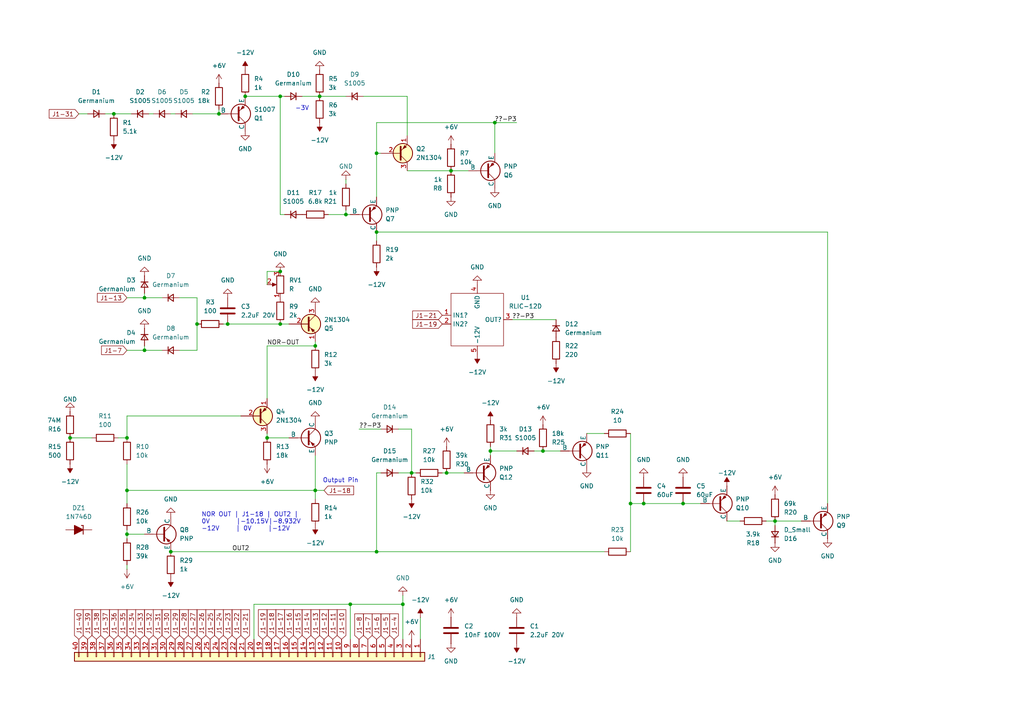
<source format=kicad_sch>
(kicad_sch (version 20250114) (generator "eeschema") (generator_version "9.0")
  (paper "A4")
  (text "-3V" (at 87.63 31.496 0) (effects (font (size 1.27 1.27))))
  (text "NOR OUT | J1-18 | OUT2 |\n0V        |-10.15V|-8.932V\n-12V     | 0V     |-12V" (at 58.42 151.384 0) (effects (font (size 1.27 1.27)) (justify left)))
  (text "Output Pin" (at 98.806 139.446 0) (effects (font (size 1.27 1.27))))
  (junction (at 66.04 93.98))
  (junction (at 109.22 44.45))
  (junction (at 101.6 175.26))
  (junction (at 36.83 127))
  (junction (at 130.81 49.53))
  (junction (at 100.33 62.23))
  (junction (at 49.53 160.02))
  (junction (at 81.28 93.98))
  (junction (at 81.28 27.94))
  (junction (at 157.48 130.81))
  (junction (at 36.83 142.24))
  (junction (at 91.44 100.33))
  (junction (at 71.12 27.94))
  (junction (at 143.51 35.56))
  (junction (at 41.91 86.36))
  (junction (at 142.24 130.81))
  (junction (at 198.12 146.05))
  (junction (at 129.54 137.16))
  (junction (at 92.71 27.94))
  (junction (at 224.79 151.13))
  (junction (at 41.91 101.6))
  (junction (at 81.28 78.74))
  (junction (at 33.02 33.02))
  (junction (at 91.44 142.24))
  (junction (at 186.69 146.05))
  (junction (at 57.15 93.98))
  (junction (at 182.88 146.05))
  (junction (at 109.22 160.02))
  (junction (at 63.5 33.02))
  (junction (at 36.83 154.94))
  (junction (at 119.38 137.16))
  (junction (at 77.47 127))
  (junction (at 116.84 175.26))
  (junction (at 20.32 127))
  (junction (at 109.22 67.31))
  (wire (pts (xy 130.81 49.53) (xy 135.89 49.53)))
  (wire (pts (xy 116.84 172.72) (xy 116.84 175.26)))
  (wire (pts (xy 36.83 134.62) (xy 36.83 142.24)))
  (wire (pts (xy 222.25 151.13) (xy 224.79 151.13)))
  (wire (pts (xy 77.47 78.74) (xy 77.47 82.55)))
  (wire (pts (xy 182.88 146.05) (xy 186.69 146.05)))
  (wire (pts (xy 77.47 127) (xy 83.82 127)))
  (wire (pts (xy 157.48 130.81) (xy 162.56 130.81)))
  (wire (pts (xy 105.41 27.94) (xy 118.11 27.94)))
  (wire (pts (xy 203.2 146.05) (xy 198.12 146.05)))
  (wire (pts (xy 36.83 154.94) (xy 36.83 156.21)))
  (wire (pts (xy 142.24 130.81) (xy 142.24 132.08)))
  (wire (pts (xy 36.83 163.83) (xy 36.83 165.1)))
  (wire (pts (xy 66.04 93.98) (xy 81.28 93.98)))
  (wire (pts (xy 154.94 130.81) (xy 157.48 130.81)))
  (wire (pts (xy 182.88 125.73) (xy 182.88 146.05)))
  (wire (pts (xy 81.28 62.23) (xy 81.28 27.94)))
  (wire (pts (xy 224.79 151.13) (xy 232.41 151.13)))
  (wire (pts (xy 148.59 92.71) (xy 161.29 92.71)))
  (wire (pts (xy 77.47 100.33) (xy 91.44 100.33)))
  (wire (pts (xy 73.66 175.26) (xy 101.6 175.26)))
  (wire (pts (xy 57.15 93.98) (xy 57.15 86.36)))
  (wire (pts (xy 109.22 137.16) (xy 110.49 137.16)))
  (wire (pts (xy 77.47 125.73) (xy 77.47 127)))
  (wire (pts (xy 64.77 93.98) (xy 66.04 93.98)))
  (wire (pts (xy 34.29 127) (xy 36.83 127)))
  (wire (pts (xy 119.38 137.16) (xy 120.65 137.16)))
  (wire (pts (xy 224.79 152.4) (xy 224.79 151.13)))
  (wire (pts (xy 119.38 124.46) (xy 119.38 137.16)))
  (wire (pts (xy 46.99 86.36) (xy 41.91 86.36)))
  (wire (pts (xy 121.92 179.07) (xy 121.92 185.42)))
  (wire (pts (xy 118.11 27.94) (xy 118.11 39.37)))
  (wire (pts (xy 100.33 53.34) (xy 100.33 52.07)))
  (wire (pts (xy 109.22 137.16) (xy 109.22 160.02)))
  (wire (pts (xy 175.26 125.73) (xy 170.18 125.73)))
  (wire (pts (xy 115.57 124.46) (xy 119.38 124.46)))
  (wire (pts (xy 46.99 101.6) (xy 41.91 101.6)))
  (wire (pts (xy 101.6 62.23) (xy 100.33 62.23)))
  (wire (pts (xy 118.11 49.53) (xy 130.81 49.53)))
  (wire (pts (xy 49.53 33.02) (xy 50.8 33.02)))
  (wire (pts (xy 81.28 78.74) (xy 77.47 78.74)))
  (wire (pts (xy 142.24 129.54) (xy 142.24 130.81)))
  (wire (pts (xy 128.27 137.16) (xy 129.54 137.16)))
  (wire (pts (xy 44.45 33.02) (xy 43.18 33.02)))
  (wire (pts (xy 109.22 44.45) (xy 109.22 57.15)))
  (wire (pts (xy 129.54 137.16) (xy 134.62 137.16)))
  (wire (pts (xy 36.83 86.36) (xy 41.91 86.36)))
  (wire (pts (xy 36.83 101.6) (xy 41.91 101.6)))
  (wire (pts (xy 49.53 160.02) (xy 109.22 160.02)))
  (wire (pts (xy 110.49 44.45) (xy 109.22 44.45)))
  (wire (pts (xy 82.55 62.23) (xy 81.28 62.23)))
  (wire (pts (xy 36.83 154.94) (xy 36.83 153.67)))
  (wire (pts (xy 100.33 27.94) (xy 92.71 27.94)))
  (wire (pts (xy 109.22 160.02) (xy 175.26 160.02)))
  (wire (pts (xy 36.83 142.24) (xy 36.83 146.05)))
  (wire (pts (xy 41.91 100.33) (xy 41.91 101.6)))
  (wire (pts (xy 240.03 67.31) (xy 240.03 146.05)))
  (wire (pts (xy 109.22 44.45) (xy 109.22 35.56)))
  (wire (pts (xy 36.83 120.65) (xy 69.85 120.65)))
  (wire (pts (xy 63.5 33.02) (xy 55.88 33.02)))
  (wire (pts (xy 101.6 185.42) (xy 101.6 175.26)))
  (wire (pts (xy 110.49 124.46) (xy 104.14 124.46)))
  (wire (pts (xy 100.33 62.23) (xy 100.33 60.96)))
  (wire (pts (xy 38.1 33.02) (xy 33.02 33.02)))
  (wire (pts (xy 210.82 151.13) (xy 214.63 151.13)))
  (wire (pts (xy 81.28 27.94) (xy 82.55 27.94)))
  (wire (pts (xy 41.91 85.09) (xy 41.91 86.36)))
  (wire (pts (xy 71.12 27.94) (xy 81.28 27.94)))
  (wire (pts (xy 149.86 35.56) (xy 143.51 35.56)))
  (wire (pts (xy 182.88 146.05) (xy 182.88 160.02)))
  (wire (pts (xy 91.44 144.78) (xy 91.44 142.24)))
  (wire (pts (xy 91.44 142.24) (xy 91.44 132.08)))
  (wire (pts (xy 92.71 27.94) (xy 87.63 27.94)))
  (wire (pts (xy 115.57 137.16) (xy 119.38 137.16)))
  (wire (pts (xy 52.07 101.6) (xy 57.15 101.6)))
  (wire (pts (xy 109.22 35.56) (xy 143.51 35.56)))
  (wire (pts (xy 91.44 99.06) (xy 91.44 100.33)))
  (wire (pts (xy 77.47 100.33) (xy 77.47 115.57)))
  (wire (pts (xy 57.15 86.36) (xy 52.07 86.36)))
  (wire (pts (xy 116.84 175.26) (xy 116.84 185.42)))
  (wire (pts (xy 25.4 33.02) (xy 22.86 33.02)))
  (wire (pts (xy 26.67 127) (xy 20.32 127)))
  (wire (pts (xy 36.83 142.24) (xy 91.44 142.24)))
  (wire (pts (xy 36.83 120.65) (xy 36.83 127)))
  (wire (pts (xy 57.15 101.6) (xy 57.15 93.98)))
  (wire (pts (xy 93.98 142.24) (xy 91.44 142.24)))
  (wire (pts (xy 186.69 146.05) (xy 198.12 146.05)))
  (wire (pts (xy 109.22 67.31) (xy 109.22 69.85)))
  (wire (pts (xy 63.5 33.02) (xy 63.5 31.75)))
  (wire (pts (xy 73.66 185.42) (xy 73.66 175.26)))
  (wire (pts (xy 142.24 130.81) (xy 149.86 130.81)))
  (wire (pts (xy 95.25 62.23) (xy 100.33 62.23)))
  (wire (pts (xy 101.6 175.26) (xy 116.84 175.26)))
  (wire (pts (xy 81.28 93.98) (xy 83.82 93.98)))
  (wire (pts (xy 109.22 67.31) (xy 240.03 67.31)))
  (wire (pts (xy 143.51 35.56) (xy 143.51 44.45)))
  (wire (pts (xy 36.83 154.94) (xy 41.91 154.94)))
  (wire (pts (xy 33.02 33.02) (xy 30.48 33.02)))
  (label "NOR-OUT" (at 77.47 100.33 0))
  (label "??-P3" (at 149.86 35.56 180))
  (label "??-P3" (at 154.94 92.71 180))
  (label "??-P3" (at 104.14 124.46 0))
  (label "OUT2" (at 67.31 160.02 0))
  (global_label "J1-26" (shape input) (at 58.42 185.42 90) (property "Intersheetrefs" "${INTERSHEET_REFS}" (effects (hide yes))))
  (global_label "J1-24" (shape input) (at 63.5 185.42 90) (property "Intersheetrefs" "${INTERSHEET_REFS}" (effects (hide yes))))
  (global_label "J1-17" (shape input) (at 81.28 185.42 90) (property "Intersheetrefs" "${INTERSHEET_REFS}" (effects (hide yes))))
  (global_label "J1-31" (shape input) (at 45.72 185.42 90) (property "Intersheetrefs" "${INTERSHEET_REFS}" (effects (hide yes))))
  (global_label "J1-33" (shape input) (at 40.64 185.42 90) (property "Intersheetrefs" "${INTERSHEET_REFS}" (effects (hide yes))))
  (global_label "J1-27" (shape input) (at 55.88 185.42 90) (property "Intersheetrefs" "${INTERSHEET_REFS}" (effects (hide yes))))
  (global_label "J1-12" (shape input) (at 93.98 185.42 90) (property "Intersheetrefs" "${INTERSHEET_REFS}" (effects (hide yes))))
  (global_label "J1-25" (shape input) (at 60.96 185.42 90) (property "Intersheetrefs" "${INTERSHEET_REFS}" (effects (hide yes))))
  (global_label "J1-11" (shape input) (at 96.52 185.42 90) (property "Intersheetrefs" "${INTERSHEET_REFS}" (effects (hide yes))))
  (global_label "J1-7" (shape input) (at 36.83 101.6 180) (property "Intersheetrefs" "${INTERSHEET_REFS}" (effects (hide yes))))
  (global_label "J1-19" (shape input) (at 76.2 185.42 90) (property "Intersheetrefs" "${INTERSHEET_REFS}" (effects (hide yes))))
  (global_label "J1-31" (shape input) (at 22.86 33.02 180) (property "Intersheetrefs" "${INTERSHEET_REFS}" (effects (hide yes))))
  (global_label "J1-4" (shape input) (at 114.3 185.42 90) (property "Intersheetrefs" "${INTERSHEET_REFS}" (effects (hide yes))))
  (global_label "J1-37" (shape input) (at 30.48 185.42 90) (property "Intersheetrefs" "${INTERSHEET_REFS}" (effects (hide yes))))
  (global_label "J1-22" (shape input) (at 68.58 185.42 90) (property "Intersheetrefs" "${INTERSHEET_REFS}" (effects (hide yes))))
  (global_label "J1-18" (shape input) (at 78.74 185.42 90) (property "Intersheetrefs" "${INTERSHEET_REFS}" (effects (hide yes))))
  (global_label "J1-28" (shape input) (at 53.34 185.42 90) (property "Intersheetrefs" "${INTERSHEET_REFS}" (effects (hide yes))))
  (global_label "J1-30" (shape input) (at 48.26 185.42 90) (property "Intersheetrefs" "${INTERSHEET_REFS}" (effects (hide yes))))
  (global_label "J1-10" (shape input) (at 99.06 185.42 90) (property "Intersheetrefs" "${INTERSHEET_REFS}" (effects (hide yes))))
  (global_label "J1-19" (shape input) (at 128.27 93.98 180) (property "Intersheetrefs" "${INTERSHEET_REFS}" (effects (hide yes))))
  (global_label "J1-32" (shape input) (at 43.18 185.42 90) (property "Intersheetrefs" "${INTERSHEET_REFS}" (effects (hide yes))))
  (global_label "J1-14" (shape input) (at 88.9 185.42 90) (property "Intersheetrefs" "${INTERSHEET_REFS}" (effects (hide yes))))
  (global_label "J1-8" (shape input) (at 104.14 185.42 90) (property "Intersheetrefs" "${INTERSHEET_REFS}" (effects (hide yes))))
  (global_label "J1-34" (shape input) (at 38.1 185.42 90) (property "Intersheetrefs" "${INTERSHEET_REFS}" (effects (hide yes))))
  (global_label "J1-16" (shape input) (at 83.82 185.42 90) (property "Intersheetrefs" "${INTERSHEET_REFS}" (effects (hide yes))))
  (global_label "J1-23" (shape input) (at 66.04 185.42 90) (property "Intersheetrefs" "${INTERSHEET_REFS}" (effects (hide yes))))
  (global_label "J1-36" (shape input) (at 33.02 185.42 90) (property "Intersheetrefs" "${INTERSHEET_REFS}" (effects (hide yes))))
  (global_label "J1-40" (shape input) (at 22.86 185.42 90) (property "Intersheetrefs" "${INTERSHEET_REFS}" (effects (hide yes))))
  (global_label "J1-21" (shape input) (at 71.12 185.42 90) (property "Intersheetrefs" "${INTERSHEET_REFS}" (effects (hide yes))))
  (global_label "J1-13" (shape input) (at 36.83 86.36 180) (property "Intersheetrefs" "${INTERSHEET_REFS}" (effects (hide yes))))
  (global_label "J1-39" (shape input) (at 25.4 185.42 90) (property "Intersheetrefs" "${INTERSHEET_REFS}" (effects (hide yes))))
  (global_label "J1-7" (shape input) (at 106.68 185.42 90) (property "Intersheetrefs" "${INTERSHEET_REFS}" (effects (hide yes))))
  (global_label "J1-5" (shape input) (at 111.76 185.42 90) (property "Intersheetrefs" "${INTERSHEET_REFS}" (effects (hide yes))))
  (global_label "J1-21" (shape input) (at 128.27 91.44 180) (property "Intersheetrefs" "${INTERSHEET_REFS}" (effects (hide yes))))
  (global_label "J1-29" (shape input) (at 50.8 185.42 90) (property "Intersheetrefs" "${INTERSHEET_REFS}" (effects (hide yes))))
  (global_label "J1-18" (shape input) (at 93.98 142.24 0) (property "Intersheetrefs" "${INTERSHEET_REFS}" (effects (hide yes))))
  (global_label "J1-35" (shape input) (at 35.56 185.42 90) (property "Intersheetrefs" "${INTERSHEET_REFS}" (effects (hide yes))))
  (global_label "J1-38" (shape input) (at 27.94 185.42 90) (property "Intersheetrefs" "${INTERSHEET_REFS}" (effects (hide yes))))
  (global_label "J1-6" (shape input) (at 109.22 185.42 90) (property "Intersheetrefs" "${INTERSHEET_REFS}" (effects (hide yes))))
  (global_label "J1-13" (shape input) (at 91.44 185.42 90) (property "Intersheetrefs" "${INTERSHEET_REFS}" (effects (hide yes))))
  (global_label "J1-15" (shape input) (at 86.36 185.42 90) (property "Intersheetrefs" "${INTERSHEET_REFS}" (effects (hide yes))))
  (symbol (lib_id "power:-12V") (at 49.53 167.64 180) (unit 1)
    (property "Reference" "#PWR030" (effects (hide yes)))
    (property "Value" "-12V" (at 49.53 172.72 0))
    (property "Description" "Power symbol creates a global label with name \"-12V\"" (effects (hide yes)))
  )
  (symbol (lib_id "power:+6V") (at 63.5 24.13 0) (unit 1)
    (property "Reference" "#PWR05" (effects (hide yes)))
    (property "Value" "+6V" (at 63.5 19.05 0))
    (property "Description" "Power symbol creates a global label with name \"+6V\"" (effects (hide yes)))
  )
  (symbol (lib_id "Simulation_SPICE:PNP") (at 167.64 130.81 0) (mirror x) (unit 1)
    (property "Reference" "Q11" (at 172.72 132.0801 0) (effects (justify left)))
    (property "Value" "PNP" (at 172.72 129.5401 0) (effects (justify left)))
    (property "Footprint" "Package_TO_SOT_THT:TO-5-3" (effects (hide yes)))
    (property "Datasheet" "https://ngspice.sourceforge.io/docs/ngspice-html-manual/manual.xhtml#cha_BJTs" (effects (hide yes)))
    (property "Description" "Bipolar transistor symbol for simulation only, substrate tied to the emitter" (effects (hide yes)))
    (property "Sim.Device" "PNP" (effects (hide yes)))
    (property "Sim.Type" "GUMMELPOON" (effects (hide yes)))
    (property "Sim.Pins" "1=C 2=B 3=E" (effects (hide yes)))
  )
  (symbol (lib_id "power:GND") (at 91.44 121.92 180) (unit 1)
    (property "Reference" "#PWR024" (effects (hide yes)))
    (property "Value" "GND" (at 91.44 116.84 0))
    (property "Description" "Power symbol creates a global label with name \"GND\" , ground" (effects (hide yes)))
  )
  (symbol (lib_id "Device:R_Potentiometer") (at 81.28 82.55 180) (unit 1)
    (property "Reference" "RV1" (at 83.82 81.2799 0) (effects (justify right)))
    (property "Value" "R" (at 83.82 83.8199 0) (effects (justify right)))
    (property "Footprint" "Potentiometer_THT:Potentiometer_Bourns_3009Y_Horizontal" (effects (hide yes)))
    (property "Description" "Potentiometer" (effects (hide yes)))
  )
  (symbol (lib_id "power:GND") (at 142.24 142.24 0) (mirror y) (unit 1)
    (property "Reference" "#PWR045" (effects (hide yes)))
    (property "Value" "GND" (at 142.24 147.32 0))
    (property "Description" "Power symbol creates a global label with name \"GND\" , ground" (effects (hide yes)))
  )
  (symbol (lib_id "power:GND") (at 170.18 135.89 0) (mirror y) (unit 1)
    (property "Reference" "#PWR046" (effects (hide yes)))
    (property "Value" "GND" (at 170.18 140.97 0))
    (property "Description" "Power symbol creates a global label with name \"GND\" , ground" (effects (hide yes)))
  )
  (symbol (lib_id "power:+6V") (at 130.81 179.07 0) (unit 1)
    (property "Reference" "#PWR020" (effects (hide yes)))
    (property "Value" "+6V" (at 130.81 173.99 0))
    (property "Description" "Power symbol creates a global label with name \"+6V\"" (effects (hide yes)))
  )
  (symbol (lib_id "Device:R") (at 63.5 27.94 0) (mirror y) (unit 1)
    (property "Reference" "R2" (at 60.96 26.6699 0) (effects (justify left)))
    (property "Value" "18k" (at 60.96 29.2099 0) (effects (justify left)))
    (property "Footprint" "Resistor_THT:R_Axial_DIN0309_L9.0mm_D3.2mm_P15.24mm_Horizontal" (effects (hide yes)))
    (property "Description" "Resistor" (effects (hide yes)))
  )
  (symbol (lib_id "Simulation_SPICE:PNP") (at 46.99 154.94 0) (unit 1)
    (property "Reference" "Q8" (at 52.07 153.6699 0) (effects (justify left)))
    (property "Value" "PNP" (at 52.07 156.2099 0) (effects (justify left)))
    (property "Footprint" "Package_TO_SOT_THT:TO-5-3" (effects (hide yes)))
    (property "Datasheet" "https://ngspice.sourceforge.io/docs/ngspice-html-manual/manual.xhtml#cha_BJTs" (effects (hide yes)))
    (property "Description" "Bipolar transistor symbol for simulation only, substrate tied to the emitter" (effects (hide yes)))
    (property "Sim.Device" "PNP" (effects (hide yes)))
    (property "Sim.Type" "GUMMELPOON" (effects (hide yes)))
    (property "Sim.Pins" "1=C 2=B 3=E" (effects (hide yes)))
  )
  (symbol (lib_id "Simulation_SPICE:PNP") (at 68.58 33.02 0) (mirror x) (unit 1)
    (property "Reference" "Q1" (at 73.66 34.2901 0) (effects (justify left)))
    (property "Value" "S1007" (at 73.66 31.7501 0) (effects (justify left)))
    (property "Footprint" "Package_TO_SOT_THT:TO-5-3" (effects (hide yes)))
    (property "Datasheet" "https://ngspice.sourceforge.io/docs/ngspice-html-manual/manual.xhtml#cha_BJTs" (effects (hide yes)))
    (property "Description" "Bipolar transistor symbol for simulation only, substrate tied to the emitter" (effects (hide yes)))
    (property "Sim.Device" "PNP" (effects (hide yes)))
    (property "Sim.Type" "GUMMELPOON" (effects (hide yes)))
    (property "Sim.Pins" "1=C 2=B 3=E" (effects (hide yes)))
  )
  (symbol (lib_id "power:GND") (at 240.03 156.21 0) (unit 1)
    (property "Reference" "#PWR040" (effects (hide yes)))
    (property "Value" "GND" (at 240.03 161.29 0))
    (property "Description" "Power symbol creates a global label with name \"GND\" , ground" (effects (hide yes)))
  )
  (symbol (lib_id "Simulation_SPICE:PNP") (at 208.28 146.05 0) (mirror x) (unit 1)
    (property "Reference" "Q10" (at 213.36 147.3201 0) (effects (justify left)))
    (property "Value" "PNP" (at 213.36 144.7801 0) (effects (justify left)))
    (property "Footprint" "Package_TO_SOT_THT:TO-5-3" (effects (hide yes)))
    (property "Datasheet" "https://ngspice.sourceforge.io/docs/ngspice-html-manual/manual.xhtml#cha_BJTs" (effects (hide yes)))
    (property "Description" "Bipolar transistor symbol for simulation only, substrate tied to the emitter" (effects (hide yes)))
    (property "Sim.Device" "PNP" (effects (hide yes)))
    (property "Sim.Type" "GUMMELPOON" (effects (hide yes)))
    (property "Sim.Pins" "1=C 2=B 3=E" (effects (hide yes)))
  )
  (symbol (lib_id "Device:R") (at 100.33 57.15 180) (unit 1)
    (property "Reference" "R21" (at 97.79 58.4201 0) (effects (justify left)))
    (property "Value" "1k" (at 97.79 55.8801 0) (effects (justify left)))
    (property "Footprint" "Resistor_THT:R_Axial_DIN0309_L9.0mm_D3.2mm_P15.24mm_Horizontal" (effects (hide yes)))
    (property "Description" "Resistor" (effects (hide yes)))
  )
  (symbol (lib_id "Device:D_Small") (at 152.4 130.81 0) (unit 1)
    (property "Reference" "D13" (at 152.4 124.46 0))
    (property "Value" "S1005" (at 152.4 127 0))
    (property "Footprint" "Diode_THT:D_A-405_P12.70mm_Horizontal" (effects (hide yes)))
    (property "Description" "Diode, small symbol" (effects (hide yes)))
    (property "Sim.Device" "D" (effects (hide yes)))
    (property "Sim.Pins" "1=K 2=A" (effects (hide yes)))
  )
  (symbol (lib_id "Device:D_Small") (at 113.03 137.16 180) (unit 1)
    (property "Reference" "D15" (at 113.03 130.81 0))
    (property "Value" "Germanium" (at 113.03 133.35 0))
    (property "Footprint" "Diode_THT:D_A-405_P12.70mm_Horizontal" (effects (hide yes)))
    (property "Description" "Diode, small symbol" (effects (hide yes)))
    (property "Sim.Device" "D" (effects (hide yes)))
    (property "Sim.Pins" "1=K 2=A" (effects (hide yes)))
  )
  (symbol (lib_id "Device:R") (at 30.48 127 270) (mirror x) (unit 1)
    (property "Reference" "R11" (at 30.48 120.65 90))
    (property "Value" "100" (at 30.48 123.19 90))
    (property "Footprint" "Resistor_THT:R_Axial_DIN0309_L9.0mm_D3.2mm_P15.24mm_Horizontal" (effects (hide yes)))
    (property "Description" "Resistor" (effects (hide yes)))
  )
  (symbol (lib_id "power:-12V") (at 92.71 35.56 180) (unit 1)
    (property "Reference" "#PWR018" (effects (hide yes)))
    (property "Value" "-12V" (at 92.71 40.64 0))
    (property "Description" "Power symbol creates a global label with name \"-12V\"" (effects (hide yes)))
  )
  (symbol (lib_id "Device:R") (at 20.32 123.19 180) (unit 1)
    (property "Reference" "R16" (at 17.78 124.4601 0) (effects (justify left)))
    (property "Value" "74M" (at 17.78 121.9201 0) (effects (justify left)))
    (property "Footprint" "Resistor_THT:R_Axial_DIN0207_L6.3mm_D2.5mm_P10.16mm_Horizontal" (effects (hide yes)))
    (property "Description" "Resistor" (effects (hide yes)))
  )
  (symbol (lib_id "power:GND") (at 186.69 138.43 180) (unit 1)
    (property "Reference" "#PWR037" (effects (hide yes)))
    (property "Value" "GND" (at 186.69 133.35 0))
    (property "Description" "Power symbol creates a global label with name \"GND\" , ground" (effects (hide yes)))
  )
  (symbol (lib_id "Device:D_Small") (at 85.09 62.23 0) (unit 1)
    (property "Reference" "D11" (at 85.09 55.88 0))
    (property "Value" "S1005" (at 85.09 58.42 0))
    (property "Footprint" "Diode_THT:D_A-405_P12.70mm_Horizontal" (effects (hide yes)))
    (property "Description" "Diode, small symbol" (effects (hide yes)))
    (property "Sim.Device" "D" (effects (hide yes)))
    (property "Sim.Pins" "1=K 2=A" (effects (hide yes)))
  )
  (symbol (lib_id "Simulation_SPICE:PNP") (at 140.97 49.53 0) (mirror x) (unit 1)
    (property "Reference" "Q6" (at 146.05 50.8001 0) (effects (justify left)))
    (property "Value" "PNP" (at 146.05 48.2601 0) (effects (justify left)))
    (property "Footprint" "Package_TO_SOT_THT:TO-5-3" (effects (hide yes)))
    (property "Datasheet" "https://ngspice.sourceforge.io/docs/ngspice-html-manual/manual.xhtml#cha_BJTs" (effects (hide yes)))
    (property "Description" "Bipolar transistor symbol for simulation only, substrate tied to the emitter" (effects (hide yes)))
    (property "Sim.Device" "PNP" (effects (hide yes)))
    (property "Sim.Type" "GUMMELPOON" (effects (hide yes)))
    (property "Sim.Pins" "1=C 2=B 3=E" (effects (hide yes)))
  )
  (symbol (lib_id "power:-12V") (at 138.43 102.87 180) (unit 1)
    (property "Reference" "#PWR047" (effects (hide yes)))
    (property "Value" "-12V" (at 138.43 107.95 0))
    (property "Description" "Power symbol creates a global label with name \"-12V\"" (effects (hide yes)))
  )
  (symbol (lib_id "power:-12V") (at 121.92 179.07 0) (unit 1)
    (property "Reference" "#PWR01" (effects (hide yes)))
    (property "Value" "-12V" (at 121.92 173.99 0))
    (property "Description" "Power symbol creates a global label with name \"-12V\"" (effects (hide yes)))
  )
  (symbol (lib_id "power:+6V") (at 129.54 129.54 0) (unit 1)
    (property "Reference" "#PWR032" (effects (hide yes)))
    (property "Value" "+6V" (at 129.54 124.46 0))
    (property "Description" "Power symbol creates a global label with name \"+6V\"" (effects (hide yes)))
  )
  (symbol (lib_id "Device:R") (at 92.71 24.13 0) (unit 1)
    (property "Reference" "R5" (at 95.25 22.8599 0) (effects (justify left)))
    (property "Value" "3k" (at 95.25 25.3999 0) (effects (justify left)))
    (property "Footprint" "Resistor_THT:R_Axial_DIN0309_L9.0mm_D3.2mm_P15.24mm_Horizontal" (effects (hide yes)))
    (property "Description" "Resistor" (effects (hide yes)))
  )
  (symbol (lib_id "power:-12V") (at 161.29 105.41 180) (unit 1)
    (property "Reference" "#PWR043" (effects (hide yes)))
    (property "Value" "-12V" (at 161.29 110.49 0))
    (property "Description" "Power symbol creates a global label with name \"-12V\"" (effects (hide yes)))
  )
  (symbol (lib_id "power:-12V") (at 142.24 121.92 0) (mirror y) (unit 1)
    (property "Reference" "#PWR026" (effects (hide yes)))
    (property "Value" "-12V" (at 142.24 116.84 0))
    (property "Description" "Power symbol creates a global label with name \"-12V\"" (effects (hide yes)))
  )
  (symbol (lib_id "Device:R") (at 36.83 130.81 0) (unit 1)
    (property "Reference" "R10" (at 39.37 129.5399 0) (effects (justify left)))
    (property "Value" "10k" (at 39.37 132.0799 0) (effects (justify left)))
    (property "Footprint" "Resistor_THT:R_Axial_DIN0309_L9.0mm_D3.2mm_P15.24mm_Horizontal" (effects (hide yes)))
    (property "Description" "Resistor" (effects (hide yes)))
  )
  (symbol (lib_id "Simulation_SPICE:PNP") (at 237.49 151.13 0) (mirror x) (unit 1)
    (property "Reference" "Q9" (at 242.57 152.4001 0) (effects (justify left)))
    (property "Value" "PNP" (at 242.57 149.8601 0) (effects (justify left)))
    (property "Footprint" "Package_TO_SOT_THT:TO-5-3" (effects (hide yes)))
    (property "Datasheet" "https://ngspice.sourceforge.io/docs/ngspice-html-manual/manual.xhtml#cha_BJTs" (effects (hide yes)))
    (property "Description" "Bipolar transistor symbol for simulation only, substrate tied to the emitter" (effects (hide yes)))
    (property "Sim.Device" "PNP" (effects (hide yes)))
    (property "Sim.Type" "GUMMELPOON" (effects (hide yes)))
    (property "Sim.Pins" "1=C 2=B 3=E" (effects (hide yes)))
  )
  (symbol (lib_id "power:+6V") (at 119.38 185.42 0) (unit 1)
    (property "Reference" "#PWR03" (effects (hide yes)))
    (property "Value" "+6V" (at 119.38 180.34 0))
    (property "Description" "Power symbol creates a global label with name \"+6V\"" (effects (hide yes)))
  )
  (symbol (lib_id "power:-12V") (at 119.38 144.78 180) (unit 1)
    (property "Reference" "#PWR027" (effects (hide yes)))
    (property "Value" "-12V" (at 119.38 149.86 0))
    (property "Description" "Power symbol creates a global label with name \"-12V\"" (effects (hide yes)))
  )
  (symbol (lib_id "Device:D_Small") (at 224.79 154.94 270) (mirror x) (unit 1)
    (property "Reference" "D16" (at 227.33 156.2101 90) (effects (justify left)))
    (property "Value" "D_Small" (at 227.33 153.6701 90) (effects (justify left)))
    (property "Footprint" "Diode_THT:D_DO-34_SOD68_P12.70mm_Horizontal" (effects (hide yes)))
    (property "Description" "Diode, small symbol" (effects (hide yes)))
    (property "Sim.Device" "D" (effects (hide yes)))
    (property "Sim.Pins" "1=K 2=A" (effects (hide yes)))
  )
  (symbol (lib_id "power:GND") (at 91.44 88.9 180) (unit 1)
    (property "Reference" "#PWR010" (effects (hide yes)))
    (property "Value" "GND" (at 91.44 83.82 0))
    (property "Description" "Power symbol creates a global label with name \"GND\" , ground" (effects (hide yes)))
  )
  (symbol (lib_id "power:GND") (at 41.91 95.25 180) (unit 1)
    (property "Reference" "#PWR07" (effects (hide yes)))
    (property "Value" "GND" (at 41.91 90.17 0))
    (property "Description" "Power symbol creates a global label with name \"GND\" , ground" (effects (hide yes)))
  )
  (symbol (lib_id "power:GND") (at 49.53 149.86 180) (unit 1)
    (property "Reference" "#PWR044" (effects (hide yes)))
    (property "Value" "GND" (at 49.53 144.78 0))
    (property "Description" "Power symbol creates a global label with name \"GND\" , ground" (effects (hide yes)))
  )
  (symbol (lib_id "power:-12V") (at 71.12 20.32 0) (unit 1)
    (property "Reference" "#PWR019" (effects (hide yes)))
    (property "Value" "-12V" (at 71.12 15.24 0))
    (property "Description" "Power symbol creates a global label with name \"-12V\"" (effects (hide yes)))
  )
  (symbol (lib_id "Device:R") (at 91.44 62.23 90) (unit 1)
    (property "Reference" "R17" (at 91.44 55.88 90))
    (property "Value" "6.8k" (at 91.44 58.42 90))
    (property "Footprint" "Resistor_THT:R_Axial_DIN0309_L9.0mm_D3.2mm_P15.24mm_Horizontal" (effects (hide yes)))
    (property "Description" "Resistor" (effects (hide yes)))
  )
  (symbol (lib_id "Device:D_Small") (at 41.91 82.55 90) (mirror x) (unit 1)
    (property "Reference" "D3" (at 39.37 81.2799 90) (effects (justify left)))
    (property "Value" "Germanium" (at 39.37 83.8199 90) (effects (justify left)))
    (property "Footprint" "Diode_THT:D_A-405_P12.70mm_Horizontal" (effects (hide yes)))
    (property "Description" "Diode, small symbol" (effects (hide yes)))
    (property "Sim.Device" "D" (effects (hide yes)))
    (property "Sim.Pins" "1=K 2=A" (effects (hide yes)))
  )
  (symbol (lib_id "Simulation_SPICE:PNP") (at 106.68 62.23 0) (mirror x) (unit 1)
    (property "Reference" "Q7" (at 111.76 63.5001 0) (effects (justify left)))
    (property "Value" "PNP" (at 111.76 60.9601 0) (effects (justify left)))
    (property "Footprint" "Package_TO_SOT_THT:TO-5-3" (effects (hide yes)))
    (property "Datasheet" "https://ngspice.sourceforge.io/docs/ngspice-html-manual/manual.xhtml#cha_BJTs" (effects (hide yes)))
    (property "Description" "Bipolar transistor symbol for simulation only, substrate tied to the emitter" (effects (hide yes)))
    (property "Sim.Device" "PNP" (effects (hide yes)))
    (property "Sim.Type" "GUMMELPOON" (effects (hide yes)))
    (property "Sim.Pins" "1=C 2=B 3=E" (effects (hide yes)))
  )
  (symbol (lib_id "MS01:RLIC-12D") (at 138.43 92.71 0) (unit 1)
    (property "Reference" "U1" (at 152.4 86.2898 0))
    (property "Value" "RLIC-12D" (at 152.4 88.8298 0))
  )
  (symbol (lib_id "power:GND") (at 138.43 82.55 180) (unit 1)
    (property "Reference" "#PWR039" (effects (hide yes)))
    (property "Value" "GND" (at 138.43 77.47 0))
    (property "Description" "Power symbol creates a global label with name \"GND\" , ground" (effects (hide yes)))
  )
  (symbol (lib_id "Device:C") (at 130.81 182.88 180) (unit 1)
    (property "Reference" "C2" (at 134.62 181.6099 0) (effects (justify right)))
    (property "Value" "10nF 100V" (at 134.62 184.1499 0) (effects (justify right)))
    (property "Footprint" "Capacitor_THT:C_Axial_L12.0mm_D6.5mm_P15.00mm_Horizontal" (effects (hide yes)))
    (property "Description" "Unpolarized capacitor" (effects (hide yes)))
  )
  (symbol (lib_id "Device:R") (at 161.29 101.6 180) (unit 1)
    (property "Reference" "R22" (at 163.83 100.3299 0) (effects (justify right)))
    (property "Value" "220" (at 163.83 102.8699 0) (effects (justify right)))
    (property "Footprint" "Resistor_THT:R_Axial_DIN0309_L9.0mm_D3.2mm_P15.24mm_Horizontal" (effects (hide yes)))
    (property "Description" "Resistor" (effects (hide yes)))
  )
  (symbol (lib_id "power:GND") (at 20.32 119.38 180) (unit 1)
    (property "Reference" "#PWR035" (effects (hide yes)))
    (property "Value" "GND" (at 20.32 115.824 0))
    (property "Description" "Power symbol creates a global label with name \"GND\" , ground" (effects (hide yes)))
  )
  (symbol (lib_id "power:+6V") (at 36.83 165.1 180) (unit 1)
    (property "Reference" "#PWR031" (effects (hide yes)))
    (property "Value" "+6V" (at 36.83 170.18 0))
    (property "Description" "Power symbol creates a global label with name \"+6V\"" (effects (hide yes)))
  )
  (symbol (lib_id "Device:R") (at 130.81 53.34 0) (unit 1)
    (property "Reference" "R8" (at 128.27 54.6101 0) (effects (justify right)))
    (property "Value" "1k" (at 128.27 52.0701 0) (effects (justify right)))
    (property "Footprint" "Resistor_THT:R_Axial_DIN0309_L9.0mm_D3.2mm_P15.24mm_Horizontal" (effects (hide yes)))
    (property "Description" "Resistor" (effects (hide yes)))
  )
  (symbol (lib_id "Simulation_SPICE:PNP") (at 88.9 127 0) (unit 1)
    (property "Reference" "Q3" (at 93.98 125.7299 0) (effects (justify left)))
    (property "Value" "PNP" (at 93.98 128.2699 0) (effects (justify left)))
    (property "Footprint" "Package_TO_SOT_THT:TO-5-3" (effects (hide yes)))
    (property "Datasheet" "https://ngspice.sourceforge.io/docs/ngspice-html-manual/manual.xhtml#cha_BJTs" (effects (hide yes)))
    (property "Description" "Bipolar transistor symbol for simulation only, substrate tied to the emitter" (effects (hide yes)))
    (property "Sim.Device" "PNP" (effects (hide yes)))
    (property "Sim.Type" "GUMMELPOON" (effects (hide yes)))
    (property "Sim.Pins" "1=C 2=B 3=E" (effects (hide yes)))
  )
  (symbol (lib_id "Device:R") (at 36.83 160.02 0) (unit 1)
    (property "Reference" "R28" (at 39.37 158.7499 0) (effects (justify left)))
    (property "Value" "39k" (at 39.37 161.2899 0) (effects (justify left)))
    (property "Footprint" "Resistor_THT:R_Axial_DIN0309_L9.0mm_D3.2mm_P15.24mm_Horizontal" (effects (hide yes)))
    (property "Description" "Resistor" (effects (hide yes)))
  )
  (symbol (lib_id "Device:C") (at 66.04 90.17 180) (unit 1)
    (property "Reference" "C3" (at 69.85 88.8999 0) (effects (justify right)))
    (property "Value" "2.2uF 20V" (at 69.85 91.4399 0) (effects (justify right)))
    (property "Footprint" "Capacitor_THT:C_Axial_L5.1mm_D3.1mm_P15.00mm_Horizontal" (effects (hide yes)))
    (property "Description" "Unpolarized capacitor" (effects (hide yes)))
  )
  (symbol (lib_id "power:GND") (at 116.84 172.72 180) (unit 1)
    (property "Reference" "#PWR02" (effects (hide yes)))
    (property "Value" "GND" (at 116.84 167.64 0))
    (property "Description" "Power symbol creates a global label with name \"GND\" , ground" (effects (hide yes)))
  )
  (symbol (lib_id "Device:D_Small") (at 46.99 33.02 0) (unit 1)
    (property "Reference" "D6" (at 46.99 26.67 0))
    (property "Value" "S1005" (at 46.99 29.21 0))
    (property "Footprint" "Diode_THT:D_A-405_P12.70mm_Horizontal" (effects (hide yes)))
    (property "Description" "Diode, small symbol" (effects (hide yes)))
    (property "Sim.Device" "D" (effects (hide yes)))
    (property "Sim.Pins" "1=K 2=A" (effects (hide yes)))
  )
  (symbol (lib_id "power:GND") (at 66.04 86.36 180) (unit 1)
    (property "Reference" "#PWR08" (effects (hide yes)))
    (property "Value" "GND" (at 66.04 81.28 0))
    (property "Description" "Power symbol creates a global label with name \"GND\" , ground" (effects (hide yes)))
  )
  (symbol (lib_id "Device:R") (at 124.46 137.16 90) (unit 1)
    (property "Reference" "R27" (at 124.46 130.81 90))
    (property "Value" "10k" (at 124.46 133.35 90))
    (property "Footprint" "Resistor_THT:R_Axial_DIN0309_L9.0mm_D3.2mm_P15.24mm_Horizontal" (effects (hide yes)))
    (property "Description" "Resistor" (effects (hide yes)))
  )
  (symbol (lib_id "Device:R") (at 91.44 104.14 0) (unit 1)
    (property "Reference" "R12" (at 93.98 102.8699 0) (effects (justify left)))
    (property "Value" "3k" (at 93.98 105.4099 0) (effects (justify left)))
    (property "Footprint" "Resistor_THT:R_Axial_DIN0309_L9.0mm_D3.2mm_P15.24mm_Horizontal" (effects (hide yes)))
    (property "Description" "Resistor" (effects (hide yes)))
  )
  (symbol (lib_id "Device:R") (at 129.54 133.35 0) (mirror x) (unit 1)
    (property "Reference" "R30" (at 132.08 134.6201 0) (effects (justify left)))
    (property "Value" "39k" (at 132.08 132.0801 0) (effects (justify left)))
    (property "Footprint" "Resistor_THT:R_Axial_DIN0309_L9.0mm_D3.2mm_P15.24mm_Horizontal" (effects (hide yes)))
    (property "Description" "Resistor" (effects (hide yes)))
  )
  (symbol (lib_id "power:GND") (at 149.86 179.07 180) (unit 1)
    (property "Reference" "#PWR022" (effects (hide yes)))
    (property "Value" "GND" (at 149.86 173.99 0))
    (property "Description" "Power symbol creates a global label with name \"GND\" , ground" (effects (hide yes)))
  )
  (symbol (lib_id "PCM_Transistor_BJT_AKL:Q_PNP_Generic_EBC") (at 115.57 44.45 0) (unit 1)
    (property "Reference" "Q2" (at 120.65 43.1799 0) (effects (justify left)))
    (property "Value" "2N1304" (at 120.65 45.7199 0) (effects (justify left)))
    (property "Footprint" "Package_TO_SOT_THT:TO-5-3" (effects (hide yes)))
    (property "Description" "PNP transistor, generic symbol, Alternate KiCAD Library" (effects (hide yes)))
  )
  (symbol (lib_id "Device:C") (at 149.86 182.88 0) (unit 1)
    (property "Reference" "C1" (at 153.67 181.6099 0) (effects (justify left)))
    (property "Value" "2.2uF 20V" (at 153.67 184.1499 0) (effects (justify left)))
    (property "Footprint" "Capacitor_THT:C_Axial_L5.1mm_D3.1mm_P15.00mm_Horizontal" (effects (hide yes)))
    (property "Description" "Unpolarized capacitor" (effects (hide yes)))
  )
  (symbol (lib_id "power:GND") (at 130.81 186.69 0) (unit 1)
    (property "Reference" "#PWR021" (effects (hide yes)))
    (property "Value" "GND" (at 130.81 191.77 0))
    (property "Description" "Power symbol creates a global label with name \"GND\" , ground" (effects (hide yes)))
  )
  (symbol (lib_id "Device:R") (at 71.12 24.13 0) (unit 1)
    (property "Reference" "R4" (at 73.66 22.8599 0) (effects (justify left)))
    (property "Value" "1k" (at 73.66 25.3999 0) (effects (justify left)))
    (property "Footprint" "Resistor_THT:R_Axial_DIN0309_L9.0mm_D3.2mm_P15.24mm_Horizontal" (effects (hide yes)))
    (property "Description" "Resistor" (effects (hide yes)))
  )
  (symbol (lib_id "Device:R") (at 91.44 148.59 0) (unit 1)
    (property "Reference" "R14" (at 93.98 147.3199 0) (effects (justify left)))
    (property "Value" "1k" (at 93.98 149.8599 0) (effects (justify left)))
    (property "Footprint" "Resistor_THT:R_Axial_DIN0309_L9.0mm_D3.2mm_P15.24mm_Horizontal" (effects (hide yes)))
    (property "Description" "Resistor" (effects (hide yes)))
  )
  (symbol (lib_id "power:GND") (at 41.91 80.01 180) (unit 1)
    (property "Reference" "#PWR06" (effects (hide yes)))
    (property "Value" "GND" (at 41.91 74.93 0))
    (property "Description" "Power symbol creates a global label with name \"GND\" , ground" (effects (hide yes)))
  )
  (symbol (lib_id "power:GND") (at 92.71 20.32 180) (unit 1)
    (property "Reference" "#PWR017" (effects (hide yes)))
    (property "Value" "GND" (at 92.71 15.24 0))
    (property "Description" "Power symbol creates a global label with name \"GND\" , ground" (effects (hide yes)))
  )
  (symbol (lib_id "Device:R") (at 60.96 93.98 90) (unit 1)
    (property "Reference" "R3" (at 60.96 87.63 90))
    (property "Value" "100" (at 60.96 90.17 90))
    (property "Footprint" "Resistor_THT:R_Axial_DIN0309_L9.0mm_D3.2mm_P15.24mm_Horizontal" (effects (hide yes)))
    (property "Description" "Resistor" (effects (hide yes)))
  )
  (symbol (lib_id "Device:R") (at 33.02 36.83 0) (unit 1)
    (property "Reference" "R1" (at 35.56 35.5599 0) (effects (justify left)))
    (property "Value" "5.1k" (at 35.56 38.0999 0) (effects (justify left)))
    (property "Footprint" "Resistor_THT:R_Axial_DIN0309_L9.0mm_D3.2mm_P15.24mm_Horizontal" (effects (hide yes)))
    (property "Description" "Resistor" (effects (hide yes)))
  )
  (symbol (lib_id "Device:R") (at 20.32 130.81 0) (mirror y) (unit 1)
    (property "Reference" "R15" (at 17.78 129.5399 0) (effects (justify left)))
    (property "Value" "500" (at 17.78 132.0799 0) (effects (justify left)))
    (property "Footprint" "Resistor_THT:R_Axial_DIN0309_L9.0mm_D3.2mm_P15.24mm_Horizontal" (effects (hide yes)))
    (property "Description" "Resistor" (effects (hide yes)))
  )
  (symbol (lib_id "Device:D_Small") (at 161.29 95.25 270) (unit 1)
    (property "Reference" "D12" (at 163.83 93.9799 90) (effects (justify left)))
    (property "Value" "Germanium" (at 163.83 96.5199 90) (effects (justify left)))
    (property "Footprint" "Diode_THT:D_A-405_P12.70mm_Horizontal" (effects (hide yes)))
    (property "Description" "Diode, small symbol" (effects (hide yes)))
    (property "Sim.Device" "D" (effects (hide yes)))
    (property "Sim.Pins" "1=K 2=A" (effects (hide yes)))
  )
  (symbol (lib_id "Device:R") (at 142.24 125.73 0) (mirror x) (unit 1)
    (property "Reference" "R31" (at 144.78 127.0001 0) (effects (justify left)))
    (property "Value" "3k" (at 144.78 124.4601 0) (effects (justify left)))
    (property "Footprint" "Resistor_THT:R_Axial_DIN0309_L9.0mm_D3.2mm_P15.24mm_Horizontal" (effects (hide yes)))
    (property "Description" "Resistor" (effects (hide yes)))
  )
  (symbol (lib_id "power:+6V") (at 157.48 123.19 0) (unit 1)
    (property "Reference" "#PWR033" (effects (hide yes)))
    (property "Value" "+6V" (at 157.48 118.11 0))
    (property "Description" "Power symbol creates a global label with name \"+6V\"" (effects (hide yes)))
  )
  (symbol (lib_id "power:GND") (at 71.12 38.1 0) (unit 1)
    (property "Reference" "#PWR013" (effects (hide yes)))
    (property "Value" "GND" (at 71.12 43.18 0))
    (property "Description" "Power symbol creates a global label with name \"GND\" , ground" (effects (hide yes)))
  )
  (symbol (lib_id "power:+6V") (at 77.47 134.62 180) (unit 1)
    (property "Reference" "#PWR012" (effects (hide yes)))
    (property "Value" "+6V" (at 77.47 139.7 0))
    (property "Description" "Power symbol creates a global label with name \"+6V\"" (effects (hide yes)))
  )
  (symbol (lib_id "Device:R") (at 92.71 31.75 180) (unit 1)
    (property "Reference" "R6" (at 95.25 30.4799 0) (effects (justify right)))
    (property "Value" "3k" (at 95.25 33.0199 0) (effects (justify right)))
    (property "Footprint" "Resistor_THT:R_Axial_DIN0309_L9.0mm_D3.2mm_P15.24mm_Horizontal" (effects (hide yes)))
    (property "Description" "Resistor" (effects (hide yes)))
  )
  (symbol (lib_id "Device:R") (at 224.79 147.32 0) (mirror x) (unit 1)
    (property "Reference" "R20" (at 227.33 148.5901 0) (effects (justify left)))
    (property "Value" "69k" (at 227.33 146.0501 0) (effects (justify left)))
    (property "Footprint" "Resistor_THT:R_Axial_DIN0309_L9.0mm_D3.2mm_P15.24mm_Horizontal" (effects (hide yes)))
    (property "Description" "Resistor" (effects (hide yes)))
  )
  (symbol (lib_id "Device:R") (at 218.44 151.13 270) (mirror x) (unit 1)
    (property "Reference" "R18" (at 218.44 157.48 90))
    (property "Value" "3.9k" (at 218.44 154.94 90))
    (property "Footprint" "Resistor_THT:R_Axial_DIN0309_L9.0mm_D3.2mm_P15.24mm_Horizontal" (effects (hide yes)))
    (property "Description" "Resistor" (effects (hide yes)))
  )
  (symbol (lib_id "Device:D_Small") (at 53.34 33.02 0) (unit 1)
    (property "Reference" "D5" (at 53.34 26.67 0))
    (property "Value" "S1005" (at 53.34 29.21 0))
    (property "Footprint" "Diode_THT:D_A-405_P12.70mm_Horizontal" (effects (hide yes)))
    (property "Description" "Diode, small symbol" (effects (hide yes)))
    (property "Sim.Device" "D" (effects (hide yes)))
    (property "Sim.Pins" "1=K 2=A" (effects (hide yes)))
  )
  (symbol (lib_id "Device:D_Small") (at 113.03 124.46 180) (unit 1)
    (property "Reference" "D14" (at 113.03 118.11 0))
    (property "Value" "Germanium" (at 113.03 120.65 0))
    (property "Footprint" "Diode_THT:D_A-405_P12.70mm_Horizontal" (effects (hide yes)))
    (property "Description" "Diode, small symbol" (effects (hide yes)))
    (property "Sim.Device" "D" (effects (hide yes)))
    (property "Sim.Pins" "1=K 2=A" (effects (hide yes)))
  )
  (symbol (lib_id "Device:R") (at 179.07 160.02 270) (unit 1)
    (property "Reference" "R23" (at 179.07 153.67 90))
    (property "Value" "10k" (at 179.07 156.21 90))
    (property "Footprint" "Resistor_THT:R_Axial_DIN0309_L9.0mm_D3.2mm_P15.24mm_Horizontal" (effects (hide yes)))
    (property "Description" "Resistor" (effects (hide yes)))
  )
  (symbol (lib_id "PCM_Transistor_BJT_AKL:Q_PNP_Generic_EBC") (at 88.9 93.98 0) (mirror x) (unit 1)
    (property "Reference" "Q5" (at 93.98 95.2501 0) (effects (justify left)))
    (property "Value" "2N1304" (at 93.98 92.7101 0) (effects (justify left)))
    (property "Footprint" "Package_TO_SOT_THT:TO-5-3" (effects (hide yes)))
    (property "Description" "PNP transistor, generic symbol, Alternate KiCAD Library" (effects (hide yes)))
  )
  (symbol (lib_id "power:GND") (at 224.79 157.48 0) (unit 1)
    (property "Reference" "#PWR041" (effects (hide yes)))
    (property "Value" "GND" (at 224.79 162.56 0))
    (property "Description" "Power symbol creates a global label with name \"GND\" , ground" (effects (hide yes)))
  )
  (symbol (lib_id "Device:R") (at 77.47 130.81 0) (unit 1)
    (property "Reference" "R13" (at 80.01 129.5399 0) (effects (justify left)))
    (property "Value" "18k" (at 80.01 132.0799 0) (effects (justify left)))
    (property "Footprint" "Resistor_THT:R_Axial_DIN0309_L9.0mm_D3.2mm_P15.24mm_Horizontal" (effects (hide yes)))
    (property "Description" "Resistor" (effects (hide yes)))
  )
  (symbol (lib_id "Device:R") (at 81.28 90.17 180) (unit 1)
    (property "Reference" "R9" (at 83.82 88.8999 0) (effects (justify right)))
    (property "Value" "2k" (at 83.82 91.4399 0) (effects (justify right)))
    (property "Footprint" "Resistor_THT:R_Axial_DIN0309_L9.0mm_D3.2mm_P15.24mm_Horizontal" (effects (hide yes)))
    (property "Description" "Resistor" (effects (hide yes)))
  )
  (symbol (lib_id "power:-12V") (at 91.44 152.4 0) (mirror x) (unit 1)
    (property "Reference" "#PWR028" (effects (hide yes)))
    (property "Value" "-12V" (at 91.44 157.48 0))
    (property "Description" "Power symbol creates a global label with name \"-12V\"" (effects (hide yes)))
  )
  (symbol (lib_id "power:GND") (at 81.28 78.74 180) (unit 1)
    (property "Reference" "#PWR09" (effects (hide yes)))
    (property "Value" "GND" (at 81.28 73.66 0))
    (property "Description" "Power symbol creates a global label with name \"GND\" , ground" (effects (hide yes)))
  )
  (symbol (lib_id "Connector_Generic:Conn_01x40") (at 73.66 190.5 270) (unit 1)
    (property "Reference" "J1" (at 123.952 190.5 90) (effects (justify left)))
    (property "Footprint" "Logi620:ELCO 40" (effects (hide yes)))
    (property "Description" "Generic connector, single row, 01x40, script generated (kicad-library-utils/schlib/autogen/connector/)" (effects (hide yes)))
  )
  (symbol (lib_id "Device:D_Small") (at 85.09 27.94 180) (unit 1)
    (property "Reference" "D10" (at 85.09 21.59 0))
    (property "Value" "Germanium" (at 85.09 24.13 0))
    (property "Footprint" "Diode_THT:D_A-405_P12.70mm_Horizontal" (effects (hide yes)))
    (property "Description" "Diode, small symbol" (effects (hide yes)))
    (property "Sim.Device" "D" (effects (hide yes)))
    (property "Sim.Pins" "1=K 2=A" (effects (hide yes)))
  )
  (symbol (lib_id "Device:R") (at 119.38 140.97 0) (unit 1)
    (property "Reference" "R32" (at 121.92 139.6999 0) (effects (justify left)))
    (property "Value" "10k" (at 121.92 142.2399 0) (effects (justify left)))
    (property "Footprint" "Resistor_THT:R_Axial_DIN0309_L9.0mm_D3.2mm_P15.24mm_Horizontal" (effects (hide yes)))
    (property "Description" "Resistor" (effects (hide yes)))
  )
  (symbol (lib_id "power:GND") (at 143.51 54.61 0) (unit 1)
    (property "Reference" "#PWR015" (effects (hide yes)))
    (property "Value" "GND" (at 143.51 59.69 0))
    (property "Description" "Power symbol creates a global label with name \"GND\" , ground" (effects (hide yes)))
  )
  (symbol (lib_id "power:+6V") (at 224.79 143.51 0) (unit 1)
    (property "Reference" "#PWR034" (effects (hide yes)))
    (property "Value" "+6V" (at 224.79 138.43 0))
    (property "Description" "Power symbol creates a global label with name \"+6V\"" (effects (hide yes)))
  )
  (symbol (lib_id "Device:D_Small") (at 49.53 101.6 0) (unit 1)
    (property "Reference" "D8" (at 49.53 95.25 0))
    (property "Value" "Germanium" (at 49.53 97.79 0))
    (property "Footprint" "Diode_THT:D_A-405_P12.70mm_Horizontal" (effects (hide yes)))
    (property "Description" "Diode, small symbol" (effects (hide yes)))
    (property "Sim.Device" "D" (effects (hide yes)))
    (property "Sim.Pins" "1=K 2=A" (effects (hide yes)))
  )
  (symbol (lib_id "Device:D_Small") (at 27.94 33.02 180) (unit 1)
    (property "Reference" "D1" (at 27.94 26.67 0))
    (property "Value" "Germanium" (at 27.94 29.21 0))
    (property "Footprint" "Diode_THT:D_A-405_P12.70mm_Horizontal" (effects (hide yes)))
    (property "Description" "Diode, small symbol" (effects (hide yes)))
    (property "Sim.Device" "D" (effects (hide yes)))
    (property "Sim.Pins" "1=K 2=A" (effects (hide yes)))
  )
  (symbol (lib_id "Device:D_Small") (at 41.91 97.79 90) (mirror x) (unit 1)
    (property "Reference" "D4" (at 39.37 96.5199 90) (effects (justify left)))
    (property "Value" "Germanium" (at 39.37 99.0599 90) (effects (justify left)))
    (property "Footprint" "Diode_THT:D_A-405_P12.70mm_Horizontal" (effects (hide yes)))
    (property "Description" "Diode, small symbol" (effects (hide yes)))
    (property "Sim.Device" "D" (effects (hide yes)))
    (property "Sim.Pins" "1=K 2=A" (effects (hide yes)))
  )
  (symbol (lib_id "power:GND") (at 130.81 57.15 0) (unit 1)
    (property "Reference" "#PWR014" (effects (hide yes)))
    (property "Value" "GND" (at 130.81 62.23 0))
    (property "Description" "Power symbol creates a global label with name \"GND\" , ground" (effects (hide yes)))
  )
  (symbol (lib_id "power:GND") (at 100.33 52.07 180) (unit 1)
    (property "Reference" "#PWR036" (effects (hide yes)))
    (property "Value" "GND" (at 100.33 48.26 0))
    (property "Description" "Power symbol creates a global label with name \"GND\" , ground" (effects (hide yes)))
  )
  (symbol (lib_id "Device:C") (at 198.12 142.24 0) (unit 1)
    (property "Reference" "C5" (at 201.93 140.9699 0) (effects (justify left)))
    (property "Value" "60uF" (at 201.93 143.5099 0) (effects (justify left)))
    (property "Footprint" "Capacitor_THT:CP_Axial_L10.0mm_D4.5mm_P15.00mm_Horizontal" (effects (hide yes)))
    (property "Description" "Unpolarized capacitor" (effects (hide yes)))
  )
  (symbol (lib_id "power:-12V") (at 91.44 107.95 180) (unit 1)
    (property "Reference" "#PWR011" (effects (hide yes)))
    (property "Value" "-12V" (at 91.44 113.03 0))
    (property "Description" "Power symbol creates a global label with name \"-12V\"" (effects (hide yes)))
  )
  (symbol (lib_id "Device:D_Small") (at 40.64 33.02 0) (unit 1)
    (property "Reference" "D2" (at 40.64 26.67 0))
    (property "Value" "S1005" (at 40.64 29.21 0))
    (property "Footprint" "Diode_THT:D_A-405_P12.70mm_Horizontal" (effects (hide yes)))
    (property "Description" "Diode, small symbol" (effects (hide yes)))
    (property "Sim.Device" "D" (effects (hide yes)))
    (property "Sim.Pins" "1=K 2=A" (effects (hide yes)))
  )
  (symbol (lib_id "Device:R") (at 157.48 127 0) (mirror x) (unit 1)
    (property "Reference" "R25" (at 160.02 128.2701 0) (effects (justify left)))
    (property "Value" "18k" (at 160.02 125.7301 0) (effects (justify left)))
    (property "Footprint" "Resistor_THT:R_Axial_DIN0309_L9.0mm_D3.2mm_P15.24mm_Horizontal" (effects (hide yes)))
    (property "Description" "Resistor" (effects (hide yes)))
  )
  (symbol (lib_id "power:+6V") (at 130.81 41.91 0) (unit 1)
    (property "Reference" "#PWR016" (effects (hide yes)))
    (property "Value" "+6V" (at 130.81 36.83 0))
    (property "Description" "Power symbol creates a global label with name \"+6V\"" (effects (hide yes)))
  )
  (symbol (lib_id "PCM_Diode_Zener_AKL:D_Zener_Generic") (at 22.86 153.67 0) (unit 1)
    (property "Reference" "DZ1" (at 22.86 147.32 0))
    (property "Value" "1N746D" (at 22.86 149.86 0))
    (property "Description" "Zener diode, generic symbol, Alternate KiCAD Library" (effects (hide yes)))
  )
  (symbol (lib_id "Device:R") (at 36.83 149.86 0) (unit 1)
    (property "Reference" "R26" (at 39.37 148.5899 0) (effects (justify left)))
    (property "Value" "10k" (at 39.37 151.1299 0) (effects (justify left)))
    (property "Footprint" "Resistor_THT:R_Axial_DIN0309_L9.0mm_D3.2mm_P15.24mm_Horizontal" (effects (hide yes)))
    (property "Description" "Resistor" (effects (hide yes)))
  )
  (symbol (lib_id "power:-12V") (at 33.02 40.64 180) (unit 1)
    (property "Reference" "#PWR04" (effects (hide yes)))
    (property "Value" "-12V" (at 33.02 45.72 0))
    (property "Description" "Power symbol creates a global label with name \"-12V\"" (effects (hide yes)))
  )
  (symbol (lib_id "Device:D_Small") (at 102.87 27.94 0) (unit 1)
    (property "Reference" "D9" (at 102.87 21.59 0))
    (property "Value" "S1005" (at 102.87 24.13 0))
    (property "Footprint" "Diode_THT:D_A-405_P12.70mm_Horizontal" (effects (hide yes)))
    (property "Description" "Diode, small symbol" (effects (hide yes)))
    (property "Sim.Device" "D" (effects (hide yes)))
    (property "Sim.Pins" "1=K 2=A" (effects (hide yes)))
  )
  (symbol (lib_id "PCM_Transistor_BJT_AKL:Q_PNP_Generic_EBC") (at 74.93 120.65 0) (unit 1)
    (property "Reference" "Q4" (at 80.01 119.3799 0) (effects (justify left)))
    (property "Value" "2N1304" (at 80.01 121.9199 0) (effects (justify left)))
    (property "Footprint" "Package_TO_SOT_THT:TO-5-3" (effects (hide yes)))
    (property "Description" "PNP transistor, generic symbol, Alternate KiCAD Library" (effects (hide yes)))
  )
  (symbol (lib_id "power:-12V") (at 20.32 134.62 0) (mirror x) (unit 1)
    (property "Reference" "#PWR029" (effects (hide yes)))
    (property "Value" "-12V" (at 20.32 139.7 0))
    (property "Description" "Power symbol creates a global label with name \"-12V\"" (effects (hide yes)))
  )
  (symbol (lib_id "Device:R") (at 179.07 125.73 270) (unit 1)
    (property "Reference" "R24" (at 179.07 119.38 90))
    (property "Value" "10" (at 179.07 121.92 90))
    (property "Footprint" "Resistor_THT:R_Axial_DIN0309_L9.0mm_D3.2mm_P15.24mm_Horizontal" (effects (hide yes)))
    (property "Description" "Resistor" (effects (hide yes)))
  )
  (symbol (lib_id "power:-12V") (at 210.82 140.97 0) (unit 1)
    (property "Reference" "#PWR042" (effects (hide yes)))
    (property "Value" "-12V" (at 210.82 137.16 0))
    (property "Description" "Power symbol creates a global label with name \"-12V\"" (effects (hide yes)))
  )
  (symbol (lib_id "power:-12V") (at 149.86 186.69 180) (unit 1)
    (property "Reference" "#PWR023" (effects (hide yes)))
    (property "Value" "-12V" (at 149.86 191.77 0))
    (property "Description" "Power symbol creates a global label with name \"-12V\"" (effects (hide yes)))
  )
  (symbol (lib_id "Device:R") (at 130.81 45.72 0) (unit 1)
    (property "Reference" "R7" (at 133.35 44.4499 0) (effects (justify left)))
    (property "Value" "10k" (at 133.35 46.9899 0) (effects (justify left)))
    (property "Footprint" "Resistor_THT:R_Axial_DIN0309_L9.0mm_D3.2mm_P15.24mm_Horizontal" (effects (hide yes)))
    (property "Description" "Resistor" (effects (hide yes)))
  )
  (symbol (lib_id "power:-12V") (at 109.22 77.47 180) (unit 1)
    (property "Reference" "#PWR025" (effects (hide yes)))
    (property "Value" "-12V" (at 109.22 82.55 0))
    (property "Description" "Power symbol creates a global label with name \"-12V\"" (effects (hide yes)))
  )
  (symbol (lib_id "Device:C") (at 186.69 142.24 0) (unit 1)
    (property "Reference" "C4" (at 190.5 140.9699 0) (effects (justify left)))
    (property "Value" "60uF" (at 190.5 143.5099 0) (effects (justify left)))
    (property "Footprint" "Capacitor_THT:CP_Axial_L10.0mm_D4.5mm_P15.00mm_Horizontal" (effects (hide yes)))
    (property "Description" "Unpolarized capacitor" (effects (hide yes)))
  )
  (symbol (lib_id "Device:D_Small") (at 49.53 86.36 0) (unit 1)
    (property "Reference" "D7" (at 49.53 80.01 0))
    (property "Value" "Germanium" (at 49.53 82.55 0))
    (property "Footprint" "Diode_THT:D_A-405_P12.70mm_Horizontal" (effects (hide yes)))
    (property "Description" "Diode, small symbol" (effects (hide yes)))
    (property "Sim.Device" "D" (effects (hide yes)))
    (property "Sim.Pins" "1=K 2=A" (effects (hide yes)))
  )
  (symbol (lib_id "Device:R") (at 109.22 73.66 0) (unit 1)
    (property "Reference" "R19" (at 111.76 72.3899 0) (effects (justify left)))
    (property "Value" "2k" (at 111.76 74.9299 0) (effects (justify left)))
    (property "Footprint" "Resistor_THT:R_Axial_DIN0309_L9.0mm_D3.2mm_P15.24mm_Horizontal" (effects (hide yes)))
    (property "Description" "Resistor" (effects (hide yes)))
  )
  (symbol (lib_id "Device:R") (at 49.53 163.83 0) (unit 1)
    (property "Reference" "R29" (at 52.07 162.5599 0) (effects (justify left)))
    (property "Value" "1k" (at 52.07 165.0999 0) (effects (justify left)))
    (property "Footprint" "Resistor_THT:R_Axial_DIN0309_L9.0mm_D3.2mm_P15.24mm_Horizontal" (effects (hide yes)))
    (property "Description" "Resistor" (effects (hide yes)))
  )
  (symbol (lib_id "Simulation_SPICE:PNP") (at 139.7 137.16 0) (mirror x) (unit 1)
    (property "Reference" "Q12" (at 144.78 138.4301 0) (effects (justify left)))
    (property "Value" "PNP" (at 144.78 135.8901 0) (effects (justify left)))
    (property "Footprint" "Package_TO_SOT_THT:TO-5-3" (effects (hide yes)))
    (property "Datasheet" "https://ngspice.sourceforge.io/docs/ngspice-html-manual/manual.xhtml#cha_BJTs" (effects (hide yes)))
    (property "Description" "Bipolar transistor symbol for simulation only, substrate tied to the emitter" (effects (hide yes)))
    (property "Sim.Device" "PNP" (effects (hide yes)))
    (property "Sim.Type" "GUMMELPOON" (effects (hide yes)))
    (property "Sim.Pins" "1=C 2=B 3=E" (effects (hide yes)))
  )
  (symbol (lib_id "power:GND") (at 198.12 138.43 180) (unit 1)
    (property "Reference" "#PWR038" (effects (hide yes)))
    (property "Value" "GND" (at 198.12 133.35 0))
    (property "Description" "Power symbol creates a global label with name \"GND\" , ground" (effects (hide yes)))
  )
)
</source>
